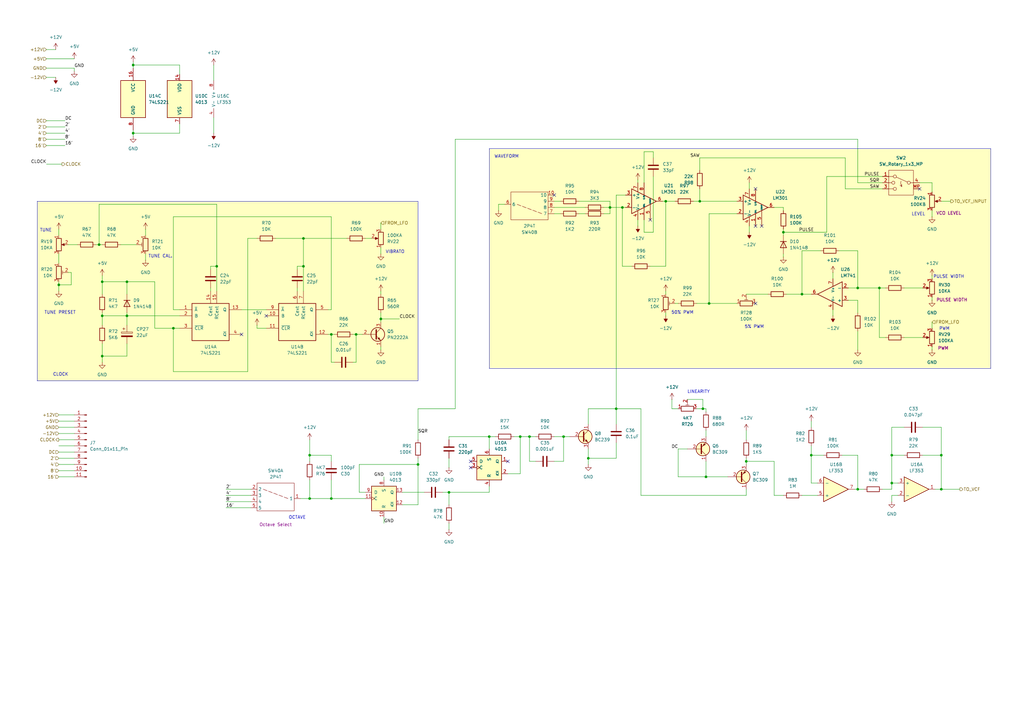
<source format=kicad_sch>
(kicad_sch (version 20250114) (generator "eeschema") (generator_version "9.0")
  (paper "A3")
  (rectangle (start 15.24 82.55) (end 171.45 156.21) (fill (type color) (color 255 255 194 1)))
  (rectangle (start 200.66 60.96) (end 406.4 151.13) (fill (type color) (color 255 255 194 1)))
  (text "PULSE WIDTH" (at 389.128 113.538 0) (effects (font (size 1.27 1.27))))
  (text "TUNE" (at 18.796 94.488 0) (effects (font (size 1.27 1.27))))
  (text "TUNE CAL." (at 65.786 105.156 0) (effects (font (size 1.27 1.27))))
  (text "TUNE PRESET" (at 24.638 128.27 0) (effects (font (size 1.27 1.27))))
  (text "50% PWM" (at 279.908 128.27 0) (effects (font (size 1.27 1.27))))
  (text "CLOCK" (at 24.892 153.67 0) (effects (font (size 1.27 1.27))))
  (text "LINEARITY" (at 286.512 160.782 0) (effects (font (size 1.27 1.27))))
  (text "5% PWM" (at 309.372 134.112 0) (effects (font (size 1.27 1.27))))
  (text "LEVEL" (at 376.682 87.884 0) (effects (font (size 1.27 1.27))))
  (text "OCTAVE" (at 121.92 212.344 0) (effects (font (size 1.27 1.27))))
  (text "PWM" (at 387.35 134.874 0) (effects (font (size 1.27 1.27))))
  (text "VIBRATO" (at 162.052 103.378 0) (effects (font (size 1.27 1.27))))
  (text "WAVEFORM" (at 207.772 64.262 0) (effects (font (size 1.27 1.27))))
  (junction (at 135.89 137.16))
  (junction (at 332.74 186.69))
  (junction (at 288.29 167.64))
  (junction (at 386.08 200.66))
  (junction (at 213.36 179.07))
  (junction (at 217.17 179.07))
  (junction (at 52.07 115.57))
  (junction (at 156.21 130.81))
  (junction (at 135.89 204.47))
  (junction (at 54.61 26.67))
  (junction (at 290.83 124.46))
  (junction (at 252.73 167.64))
  (junction (at 287.02 82.55))
  (junction (at 54.61 54.61))
  (junction (at 127 204.47))
  (junction (at 41.91 146.05))
  (junction (at 124.46 109.22))
  (junction (at 52.07 129.54))
  (junction (at 255.27 85.09))
  (junction (at 250.19 85.09))
  (junction (at 88.9 109.22))
  (junction (at 124.46 97.79))
  (junction (at 328.93 120.65))
  (junction (at 41.91 115.57))
  (junction (at 171.45 190.5))
  (junction (at 24.13 116.84))
  (junction (at 386.08 186.69))
  (junction (at 289.56 195.58))
  (junction (at 273.05 82.55))
  (junction (at 365.76 198.12))
  (junction (at 231.14 179.07))
  (junction (at 360.68 118.11))
  (junction (at 184.15 201.93))
  (junction (at 146.05 137.16))
  (junction (at 351.79 118.11))
  (junction (at 127 186.69))
  (junction (at 365.76 186.69))
  (junction (at 241.3 187.96))
  (junction (at 351.79 200.66))
  (junction (at 321.31 95.25))
  (junction (at 200.66 179.07))
  (junction (at 40.64 100.33))
  (junction (at 306.07 189.23))
  (junction (at 41.91 129.54))
  (junction (at 71.12 134.62))
  (no_connect (at 193.04 191.77))
  (no_connect (at 208.28 189.23))
  (no_connect (at 109.22 129.54))
  (no_connect (at 309.88 92.71))
  (no_connect (at 193.04 189.23))
  (no_connect (at 266.7 90.17))
  (no_connect (at 227.33 80.01))
  (no_connect (at 312.42 92.71))
  (no_connect (at 309.88 77.47))
  (no_connect (at 309.88 124.46))
  (no_connect (at 377.19 77.47))
  (no_connect (at 99.06 137.16))
  (wire (pts (xy 290.83 87.63) (xy 302.26 87.63)))
  (wire (pts (xy 124.46 119.38) (xy 124.46 109.22)))
  (wire (pts (xy 92.71 205.74) (xy 102.87 205.74)))
  (wire (pts (xy 365.76 198.12) (xy 365.76 186.69)))
  (wire (pts (xy 123.19 204.47) (xy 127 204.47)))
  (wire (pts (xy 24.13 172.72) (xy 30.48 172.72)))
  (wire (pts (xy 135.89 204.47) (xy 135.89 196.85)))
  (wire (pts (xy 262.89 203.2) (xy 262.89 167.64)))
  (wire (pts (xy 267.97 64.77) (xy 267.97 62.23)))
  (wire (pts (xy 365.76 175.26) (xy 365.76 186.69)))
  (wire (pts (xy 41.91 115.57) (xy 52.07 115.57)))
  (wire (pts (xy 341.63 111.76) (xy 341.63 114.3)))
  (wire (pts (xy 346.71 77.47) (xy 361.95 77.47)))
  (wire (pts (xy 289.56 189.23) (xy 289.56 195.58)))
  (wire (pts (xy 54.61 53.34) (xy 54.61 54.61)))
  (wire (pts (xy 29.21 111.76) (xy 29.21 116.84)))
  (wire (pts (xy 41.91 146.05) (xy 52.07 146.05)))
  (wire (pts (xy 227.33 179.07) (xy 231.14 179.07)))
  (wire (pts (xy 264.16 95.25) (xy 264.16 90.17)))
  (wire (pts (xy 247.65 85.09) (xy 250.19 85.09)))
  (wire (pts (xy 306.07 187.96) (xy 306.07 189.23)))
  (wire (pts (xy 237.49 82.55) (xy 250.19 82.55)))
  (wire (pts (xy 59.69 104.14) (xy 59.69 106.68)))
  (wire (pts (xy 200.66 179.07) (xy 203.2 179.07)))
  (wire (pts (xy 227.33 82.55) (xy 229.87 82.55)))
  (wire (pts (xy 71.12 127) (xy 71.12 88.9)))
  (wire (pts (xy 252.73 181.61) (xy 252.73 187.96)))
  (wire (pts (xy 146.05 137.16) (xy 148.59 137.16)))
  (wire (pts (xy 365.76 203.2) (xy 365.76 205.74)))
  (wire (pts (xy 241.3 187.96) (xy 241.3 184.15)))
  (wire (pts (xy 273.05 82.55) (xy 276.86 82.55)))
  (wire (pts (xy 252.73 187.96) (xy 241.3 187.96)))
  (wire (pts (xy 287.02 82.55) (xy 287.02 77.47)))
  (wire (pts (xy 287.02 64.77) (xy 346.71 64.77)))
  (wire (pts (xy 24.13 193.04) (xy 30.48 193.04)))
  (wire (pts (xy 186.69 57.15) (xy 351.79 57.15)))
  (wire (pts (xy 271.78 82.55) (xy 273.05 82.55)))
  (wire (pts (xy 354.33 200.66) (xy 351.79 200.66)))
  (wire (pts (xy 266.7 109.22) (xy 273.05 109.22)))
  (wire (pts (xy 227.33 87.63) (xy 229.87 87.63)))
  (wire (pts (xy 99.06 127) (xy 109.22 127)))
  (wire (pts (xy 386.08 82.55) (xy 389.89 82.55)))
  (wire (pts (xy 378.46 175.26) (xy 386.08 175.26)))
  (wire (pts (xy 247.65 87.63) (xy 250.19 87.63)))
  (wire (pts (xy 24.13 177.8) (xy 30.48 177.8)))
  (wire (pts (xy 351.79 200.66) (xy 350.52 200.66)))
  (wire (pts (xy 317.5 189.23) (xy 317.5 203.2)))
  (wire (pts (xy 289.56 167.64) (xy 289.56 168.91)))
  (wire (pts (xy 345.44 186.69) (xy 351.79 186.69)))
  (wire (pts (xy 156.21 128.27) (xy 156.21 130.81)))
  (wire (pts (xy 339.09 72.39) (xy 361.95 72.39)))
  (wire (pts (xy 124.46 109.22) (xy 121.92 109.22)))
  (wire (pts (xy 19.05 67.31) (xy 25.4 67.31)))
  (wire (pts (xy 27.94 100.33) (xy 31.75 100.33)))
  (wire (pts (xy 71.12 152.4) (xy 71.12 134.62)))
  (wire (pts (xy 135.89 137.16) (xy 137.16 137.16)))
  (wire (pts (xy 49.53 100.33) (xy 55.88 100.33)))
  (wire (pts (xy 219.71 189.23) (xy 217.17 189.23)))
  (wire (pts (xy 87.63 48.26) (xy 87.63 54.61)))
  (wire (pts (xy 88.9 83.82) (xy 88.9 109.22)))
  (wire (pts (xy 127 186.69) (xy 135.89 186.69)))
  (wire (pts (xy 339.09 95.25) (xy 339.09 72.39)))
  (wire (pts (xy 24.13 190.5) (xy 30.48 190.5)))
  (wire (pts (xy 184.15 201.93) (xy 184.15 207.01)))
  (wire (pts (xy 370.84 175.26) (xy 365.76 175.26)))
  (wire (pts (xy 368.3 203.2) (xy 365.76 203.2)))
  (wire (pts (xy 54.61 54.61) (xy 54.61 55.88)))
  (wire (pts (xy 351.79 123.19) (xy 347.98 123.19)))
  (wire (pts (xy 24.13 195.58) (xy 30.48 195.58)))
  (wire (pts (xy 382.27 78.74) (xy 382.27 74.93)))
  (wire (pts (xy 71.12 88.9) (xy 135.89 88.9)))
  (wire (pts (xy 73.66 54.61) (xy 73.66 50.8)))
  (wire (pts (xy 92.71 200.66) (xy 102.87 200.66)))
  (wire (pts (xy 261.62 90.17) (xy 261.62 92.71)))
  (wire (pts (xy 281.94 184.15) (xy 278.13 184.15)))
  (wire (pts (xy 290.83 87.63) (xy 290.83 124.46)))
  (wire (pts (xy 289.56 195.58) (xy 298.45 195.58)))
  (wire (pts (xy 41.91 115.57) (xy 41.91 113.03)))
  (wire (pts (xy 184.15 180.34) (xy 184.15 179.07)))
  (wire (pts (xy 105.41 133.35) (xy 105.41 134.62)))
  (wire (pts (xy 261.62 73.66) (xy 261.62 74.93)))
  (wire (pts (xy 307.34 74.93) (xy 307.34 77.47)))
  (wire (pts (xy 19.05 57.15) (xy 26.67 57.15)))
  (wire (pts (xy 382.27 132.08) (xy 382.27 134.62)))
  (wire (pts (xy 24.13 187.96) (xy 30.48 187.96)))
  (wire (pts (xy 360.68 118.11) (xy 363.22 118.11)))
  (wire (pts (xy 365.76 186.69) (xy 370.84 186.69)))
  (wire (pts (xy 41.91 120.65) (xy 41.91 115.57)))
  (wire (pts (xy 24.13 104.14) (xy 24.13 107.95)))
  (wire (pts (xy 54.61 54.61) (xy 73.66 54.61)))
  (wire (pts (xy 332.74 186.69) (xy 337.82 186.69)))
  (wire (pts (xy 346.71 64.77) (xy 346.71 77.47)))
  (wire (pts (xy 360.68 118.11) (xy 360.68 138.43)))
  (wire (pts (xy 184.15 214.63) (xy 184.15 217.17)))
  (wire (pts (xy 386.08 186.69) (xy 378.46 186.69)))
  (wire (pts (xy 124.46 97.79) (xy 124.46 109.22)))
  (wire (pts (xy 278.13 195.58) (xy 289.56 195.58)))
  (wire (pts (xy 328.93 120.65) (xy 332.74 120.65)))
  (wire (pts (xy 124.46 97.79) (xy 142.24 97.79)))
  (wire (pts (xy 370.84 138.43) (xy 378.46 138.43)))
  (wire (pts (xy 71.12 134.62) (xy 63.5 134.62)))
  (wire (pts (xy 351.79 57.15) (xy 351.79 74.93)))
  (wire (pts (xy 30.48 27.94) (xy 19.05 27.94)))
  (wire (pts (xy 41.91 129.54) (xy 41.91 133.35)))
  (wire (pts (xy 52.07 129.54) (xy 73.66 129.54)))
  (wire (pts (xy 341.63 127) (xy 341.63 129.54)))
  (wire (pts (xy 321.31 86.36) (xy 321.31 85.09)))
  (wire (pts (xy 273.05 82.55) (xy 273.05 109.22)))
  (wire (pts (xy 204.47 83.82) (xy 204.47 86.36)))
  (wire (pts (xy 382.27 74.93) (xy 377.19 74.93)))
  (wire (pts (xy 52.07 146.05) (xy 52.07 140.97)))
  (wire (pts (xy 231.14 189.23) (xy 231.14 179.07)))
  (wire (pts (xy 30.48 29.21) (xy 30.48 27.94)))
  (wire (pts (xy 237.49 87.63) (xy 240.03 87.63)))
  (wire (pts (xy 41.91 140.97) (xy 41.91 146.05)))
  (wire (pts (xy 186.69 167.64) (xy 186.69 57.15)))
  (wire (pts (xy 351.79 128.27) (xy 351.79 123.19)))
  (wire (pts (xy 19.05 54.61) (xy 26.67 54.61)))
  (wire (pts (xy 328.93 102.87) (xy 328.93 120.65)))
  (wire (pts (xy 267.97 95.25) (xy 264.16 95.25)))
  (wire (pts (xy 26.67 49.53) (xy 19.05 49.53)))
  (wire (pts (xy 19.05 20.32) (xy 22.86 20.32)))
  (wire (pts (xy 156.21 91.44) (xy 156.21 93.98)))
  (wire (pts (xy 184.15 201.93) (xy 200.66 201.93)))
  (wire (pts (xy 386.08 186.69) (xy 386.08 200.66)))
  (wire (pts (xy 171.45 167.64) (xy 171.45 180.34)))
  (wire (pts (xy 88.9 109.22) (xy 88.9 119.38)))
  (wire (pts (xy 39.37 100.33) (xy 40.64 100.33)))
  (wire (pts (xy 135.89 137.16) (xy 134.62 137.16)))
  (wire (pts (xy 365.76 198.12) (xy 368.3 198.12)))
  (wire (pts (xy 86.36 109.22) (xy 88.9 109.22)))
  (wire (pts (xy 63.5 115.57) (xy 52.07 115.57)))
  (wire (pts (xy 40.64 100.33) (xy 41.91 100.33)))
  (wire (pts (xy 54.61 25.4) (xy 54.61 26.67)))
  (wire (pts (xy 71.12 134.62) (xy 73.66 134.62)))
  (wire (pts (xy 127 204.47) (xy 127 196.85)))
  (wire (pts (xy 351.79 135.89) (xy 351.79 143.51)))
  (wire (pts (xy 24.13 115.57) (xy 24.13 116.84)))
  (wire (pts (xy 144.78 137.16) (xy 146.05 137.16)))
  (wire (pts (xy 19.05 24.13) (xy 30.48 24.13)))
  (wire (pts (xy 287.02 69.85) (xy 287.02 64.77)))
  (wire (pts (xy 92.71 208.28) (xy 102.87 208.28)))
  (wire (pts (xy 231.14 179.07) (xy 233.68 179.07)))
  (wire (pts (xy 181.61 201.93) (xy 184.15 201.93)))
  (wire (pts (xy 393.7 200.66) (xy 386.08 200.66)))
  (wire (pts (xy 157.48 212.09) (xy 157.48 214.63)))
  (wire (pts (xy 289.56 176.53) (xy 289.56 179.07)))
  (wire (pts (xy 250.19 85.09) (xy 255.27 85.09)))
  (wire (pts (xy 252.73 80.01) (xy 252.73 167.64)))
  (wire (pts (xy 24.13 182.88) (xy 30.48 182.88)))
  (wire (pts (xy 147.32 201.93) (xy 149.86 201.93)))
  (wire (pts (xy 217.17 179.07) (xy 219.71 179.07)))
  (wire (pts (xy 273.05 119.38) (xy 273.05 120.65)))
  (wire (pts (xy 241.3 187.96) (xy 241.3 190.5)))
  (wire (pts (xy 87.63 26.67) (xy 87.63 33.02)))
  (wire (pts (xy 137.16 148.59) (xy 135.89 148.59)))
  (wire (pts (xy 41.91 146.05) (xy 41.91 148.59)))
  (wire (pts (xy 135.89 148.59) (xy 135.89 137.16)))
  (wire (pts (xy 306.07 176.53) (xy 306.07 180.34)))
  (wire (pts (xy 335.28 198.12) (xy 332.74 198.12)))
  (wire (pts (xy 157.48 195.58) (xy 157.48 196.85)))
  (wire (pts (xy 200.66 199.39) (xy 200.66 201.93)))
  (wire (pts (xy 149.86 97.79) (xy 152.4 97.79)))
  (wire (pts (xy 19.05 59.69) (xy 26.67 59.69)))
  (wire (pts (xy 165.1 207.01) (xy 171.45 207.01)))
  (wire (pts (xy 227.33 189.23) (xy 231.14 189.23)))
  (wire (pts (xy 208.28 194.31) (xy 213.36 194.31)))
  (wire (pts (xy 306.07 189.23) (xy 306.07 190.5)))
  (wire (pts (xy 200.66 179.07) (xy 200.66 184.15)))
  (wire (pts (xy 146.05 137.16) (xy 146.05 148.59)))
  (wire (pts (xy 135.89 127) (xy 134.62 127)))
  (wire (pts (xy 156.21 130.81) (xy 163.83 130.81)))
  (wire (pts (xy 135.89 189.23) (xy 135.89 186.69)))
  (wire (pts (xy 267.97 62.23) (xy 264.16 62.23)))
  (wire (pts (xy 332.74 186.69) (xy 332.74 198.12)))
  (wire (pts (xy 135.89 204.47) (xy 149.86 204.47)))
  (wire (pts (xy 285.75 124.46) (xy 290.83 124.46)))
  (wire (pts (xy 59.69 93.98) (xy 59.69 96.52)))
  (wire (pts (xy 156.21 119.38) (xy 156.21 120.65)))
  (wire (pts (xy 92.71 203.2) (xy 102.87 203.2)))
  (wire (pts (xy 332.74 172.72) (xy 332.74 175.26)))
  (wire (pts (xy 184.15 179.07) (xy 200.66 179.07)))
  (wire (pts (xy 105.41 97.79) (xy 101.6 97.79)))
  (wire (pts (xy 250.19 82.55) (xy 250.19 85.09)))
  (wire (pts (xy 365.76 200.66) (xy 365.76 198.12)))
  (wire (pts (xy 127 204.47) (xy 135.89 204.47)))
  (wire (pts (xy 370.84 118.11) (xy 378.46 118.11)))
  (wire (pts (xy 275.59 163.83) (xy 275.59 167.64)))
  (wire (pts (xy 276.86 124.46) (xy 278.13 124.46)))
  (wire (pts (xy 259.08 109.22) (xy 255.27 109.22)))
  (wire (pts (xy 171.45 190.5) (xy 147.32 190.5)))
  (wire (pts (xy 41.91 128.27) (xy 41.91 129.54)))
  (wire (pts (xy 347.98 118.11) (xy 351.79 118.11)))
  (wire (pts (xy 156.21 142.24) (xy 156.21 143.51)))
  (wire (pts (xy 63.5 134.62) (xy 63.5 115.57)))
  (wire (pts (xy 382.27 123.19) (xy 382.27 121.92)))
  (wire (pts (xy 351.79 102.87) (xy 351.79 118.11)))
  (wire (pts (xy 207.01 83.82) (xy 204.47 83.82)))
  (wire (pts (xy 306.07 200.66) (xy 306.07 203.2)))
  (wire (pts (xy 382.27 86.36) (xy 382.27 88.9)))
  (wire (pts (xy 386.08 200.66) (xy 383.54 200.66)))
  (wire (pts (xy 250.19 85.09) (xy 250.19 87.63)))
  (wire (pts (xy 281.94 163.83) (xy 288.29 163.83)))
  (wire (pts (xy 24.13 116.84) (xy 24.13 119.38)))
  (wire (pts (xy 217.17 189.23) (xy 217.17 179.07)))
  (wire (pts (xy 335.28 203.2) (xy 328.93 203.2)))
  (wire (pts (xy 86.36 110.49) (xy 86.36 109.22)))
  (wire (pts (xy 285.75 167.64) (xy 288.29 167.64)))
  (wire (pts (xy 252.73 167.64) (xy 252.73 173.99)))
  (wire (pts (xy 24.13 93.98) (xy 24.13 96.52)))
  (wire (pts (xy 135.89 88.9) (xy 135.89 127)))
  (wire (pts (xy 19.05 31.75) (xy 22.86 31.75)))
  (wire (pts (xy 29.21 116.84) (xy 24.13 116.84)))
  (wire (pts (xy 113.03 97.79) (xy 124.46 97.79)))
  (wire (pts (xy 171.45 187.96) (xy 171.45 190.5)))
  (wire (pts (xy 361.95 200.66) (xy 365.76 200.66)))
  (wire (pts (xy 321.31 95.25) (xy 339.09 95.25)))
  (wire (pts (xy 382.27 114.3) (xy 382.27 113.03)))
  (wire (pts (xy 288.29 163.83) (xy 288.29 167.64)))
  (wire (pts (xy 284.48 82.55) (xy 287.02 82.55)))
  (wire (pts (xy 19.05 52.07) (xy 26.67 52.07)))
  (wire (pts (xy 386.08 175.26) (xy 386.08 186.69)))
  (wire (pts (xy 264.16 62.23) (xy 264.16 74.93)))
  (wire (pts (xy 144.78 148.59) (xy 146.05 148.59)))
  (wire (pts (xy 184.15 187.96) (xy 184.15 191.77)))
  (wire (pts (xy 121.92 109.22) (xy 121.92 110.49)))
  (wire (pts (xy 52.07 115.57) (xy 52.07 120.65)))
  (wire (pts (xy 210.82 179.07) (xy 213.36 179.07)))
  (wire (pts (xy 213.36 179.07) (xy 213.36 194.31)))
  (wire (pts (xy 321.31 104.14) (xy 321.31 105.41)))
  (wire (pts (xy 227.33 85.09) (xy 240.03 85.09)))
  (wire (pts (xy 213.36 179.07) (xy 217.17 179.07)))
  (wire (pts (xy 278.13 184.15) (xy 278.13 195.58)))
  (wire (pts (xy 127 186.69) (xy 127 189.23)))
  (wire (pts (xy 171.45 207.01) (xy 171.45 190.5)))
  (wire (pts (xy 321.31 85.09) (xy 317.5 85.09)))
  (wire (pts (xy 290.83 124.46) (xy 302.26 124.46)))
  (wire (pts (xy 273.05 128.27) (xy 273.05 129.54)))
  (wire (pts (xy 322.58 120.65) (xy 328.93 120.65)))
  (wire (pts (xy 147.32 190.5) (xy 147.32 201.93)))
  (wire (pts (xy 306.07 203.2) (xy 262.89 203.2)))
  (wire (pts (xy 321.31 95.25) (xy 321.31 96.52)))
  (wire (pts (xy 307.34 92.71) (xy 307.34 95.25)))
  (wire (pts (xy 52.07 128.27) (xy 52.07 129.54)))
  (wire (pts (xy 336.55 102.87) (xy 328.93 102.87)))
  (wire (pts (xy 275.59 167.64) (xy 278.13 167.64)))
  (wire (pts (xy 382.27 142.24) (xy 382.27 143.51)))
  (wire (pts (xy 317.5 189.23) (xy 306.07 189.23)))
  (wire (pts (xy 24.13 185.42) (xy 30.48 185.42)))
  (wire (pts (xy 24.13 180.34) (xy 30.48 180.34)))
  (wire (pts (xy 121.92 118.11) (xy 121.92 119.38)))
  (wire (pts (xy 27.94 111.76) (xy 29.21 111.76)))
  (wire (pts (xy 241.3 173.99) (xy 241.3 167.64)))
  (wire (pts (xy 351.79 186.69) (xy 351.79 200.66)))
  (wire (pts (xy 101.6 152.4) (xy 71.12 152.4)))
  (wire (pts (xy 267.97 72.39) (xy 267.97 95.25)))
  (wire (pts (xy 73.66 127) (xy 71.12 127)))
  (wire (pts (xy 156.21 101.6) (xy 156.21 104.14)))
  (wire (pts (xy 321.31 93.98) (xy 321.31 95.25)))
  (wire (pts (xy 171.45 167.64) (xy 186.69 167.64)))
  (wire (pts (xy 351.79 74.93) (xy 361.95 74.93)))
  (wire (pts (xy 86.36 118.11) (xy 86.36 119.38)))
  (wire (pts (xy 24.13 170.18) (xy 30.48 170.18)))
  (wire (pts (xy 54.61 26.67) (xy 73.66 26.67)))
  (wire (pts (xy 156.21 130.81) (xy 156.21 132.08)))
  (wire (pts (xy 105.41 134.62) (xy 109.22 134.62)))
  (wire (pts (xy 262.89 167.64) (xy 252.73 167.64)))
  (wire (pts (xy 165.1 201.93) (xy 173.99 201.93)))
  (wire (pts (xy 73.66 30.48) (xy 73.66 26.67)))
  (wire (pts (xy 24.13 175.26) (xy 30.48 175.26)))
  (wire (pts (xy 41.91 129.54) (xy 52.07 129.54)))
  (wire (pts (xy 54.61 26.67) (xy 54.61 27.94)))
  (wire (pts (xy 127 180.34) (xy 127 186.69)))
  (wire (pts (xy 101.6 97.79) (xy 101.6 152.4)))
  (wire (pts (xy 332.74 182.88) (xy 332.74 186.69)))
  (wire (pts (xy 360.68 118.11) (xy 351.79 118.11)))
  (wire (pts (xy 306.07 120.65) (xy 314.96 120.65)))
  (wire (pts (xy 255.27 85.09) (xy 256.54 85.09)))
  (wire (pts (xy 40.64 100.33) (xy 40.64 83.82)))
  (wire (pts (xy 344.17 102.87) (xy 351.79 102.87)))
  (wire (pts (xy 287.02 82.55) (xy 302.26 82.55)))
  (wire (pts (xy 255.27 109.22) (xy 255.27 85.09)))
  (wire (pts (xy 321.31 203.2) (xy 317.5 203.2)))
  (wire (pts (xy 52.07 129.54) (xy 52.07 133.35)))
  (wire (pts (xy 256.54 80.01) (xy 252.73 80.01)))
  (wire (pts (xy 241.3 167.64) (xy 252.73 167.64)))
  (wire (pts (xy 40.64 83.82) (xy 88.9 83.82)))
  (wire (pts (xy 288.29 167.64) (xy 289.56 167.64)))
  (wire (pts (xy 360.68 138.43) (xy 363.22 138.43)))
  (label "2'" (at 92.71 200.66 0))
  (label "DC" (at 278.13 184.15 180))
  (label "CLOCK" (at 19.05 67.31 180))
  (label "8'" (at 92.71 205.74 0))
  (label "4'" (at 92.71 203.2 0))
  (label "GND" (at 30.48 27.94 0))
  (label "PULSE" (at 327.66 95.25 0))
  (label "16'" (at 92.71 208.28 0))
  (label "DC" (at 26.67 49.53 0))
  (label "GND" (at 157.48 195.58 180))
  (label "SAW" (at 360.68 77.47 180))
  (label "2'" (at 26.67 52.07 0))
  (label "SQR" (at 360.68 74.93 180))
  (label "SAW" (at 287.02 64.77 180))
  (label "SQR" (at 171.45 177.8 0))
  (label "GND" (at 157.48 214.63 0))
  (label "PULSE" (at 360.68 72.39 180))
  (label "4'" (at 26.67 54.61 0))
  (label "16'" (at 26.67 59.69 0))
  (label "8'" (at 26.67 57.15 0))
  (label "CLOCK" (at 163.83 130.81 0))
  (hierarchical_label "DC" (shape input) (at 24.13 185.42 180))
  (hierarchical_label "-12V" (shape input) (at 24.13 177.8 180))
  (hierarchical_label "FROM_LFO" (shape input) (at 156.21 91.44 0))
  (hierarchical_label "4'" (shape input) (at 24.13 190.5 180))
  (hierarchical_label "+5V" (shape input) (at 19.05 24.13 180))
  (hierarchical_label "8'" (shape input) (at 19.05 57.15 180))
  (hierarchical_label "2'" (shape input) (at 19.05 52.07 180))
  (hierarchical_label "GND" (shape input) (at 19.05 27.94 180))
  (hierarchical_label "DC" (shape input) (at 19.05 49.53 180))
  (hierarchical_label "+12V" (shape input) (at 24.13 170.18 180))
  (hierarchical_label "16'" (shape input) (at 19.05 59.69 180))
  (hierarchical_label "TO_VCF" (shape output) (at 393.7 200.66 0))
  (hierarchical_label "16'" (shape input) (at 24.13 195.58 180))
  (hierarchical_label "8'" (shape input) (at 24.13 193.04 180))
  (hierarchical_label "+5V" (shape input) (at 24.13 172.72 180))
  (hierarchical_label "-12V" (shape input) (at 19.05 31.75 180))
  (hierarchical_label "TO_VCF_INPUT" (shape output) (at 389.89 82.55 0))
  (hierarchical_label "+12V" (shape input) (at 19.05 20.32 180))
  (hierarchical_label "4'" (shape input) (at 19.05 54.61 180))
  (hierarchical_label "CLOCK" (shape output) (at 24.13 180.34 180))
  (hierarchical_label "2'" (shape input) (at 24.13 187.96 180))
  (hierarchical_label "CLOCK" (shape output) (at 25.4 67.31 0))
  (hierarchical_label "FROM_LFO" (shape input) (at 382.27 132.08 0))
  (hierarchical_label "GND" (shape input) (at 24.13 175.26 180))
  (symbol (lib_id "Device:R") (at 184.15 210.82 0) (mirror y) (unit 1)
    (property "Reference" "R78" (at 181.61 209.5499 0) (effects (justify left)))
    (property "Value" "47K" (at 181.61 212.0899 0) (effects (justify left)))
    (property "Footprint" "Resistor_THT:R_Axial_DIN0204_L3.6mm_D1.6mm_P7.62mm_Horizontal" (effects (hide yes)))
    (property "Description" "Resistor" (effects (hide yes)))
  )
  (symbol (lib_id "Device:Opamp_Dual") (at 90.17 40.64 0) (unit 3)
    (property "Reference" "U16" (at 88.9 39.3699 0) (effects (justify left)))
    (property "Value" "LF353" (at 88.9 41.9099 0) (effects (justify left)))
    (property "Footprint" "Package_DIP:DIP-8_W7.62mm_LongPads" (effects (hide yes)))
    (property "Description" "Dual operational amplifier" (effects (hide yes)))
    (property "Sim.Library" "${KICAD9_SYMBOL_DIR}/Simulation_SPICE.sp" (effects (hide yes)))
    (property "Sim.Name" "kicad_builtin_opamp_dual" (effects (hide yes)))
    (property "Sim.Device" "SUBCKT" (effects (hide yes)))
    (property "Sim.Pins" "1=out1 2=in1- 3=in1+ 4=vee 5=in2+ 6=in2- 7=out2 8=vcc" (effects (hide yes)))
  )
  (symbol (lib_id "Device:R") (at 318.77 120.65 90) (unit 1)
    (property "Reference" "R100" (at 318.77 114.3 90))
    (property "Value" "10K" (at 318.77 116.84 90))
    (property "Footprint" "Resistor_THT:R_Axial_DIN0204_L3.6mm_D1.6mm_P7.62mm_Horizontal" (effects (hide yes)))
    (property "Description" "Resistor" (effects (hide yes)))
  )
  (symbol (lib_id "Device:R") (at 45.72 100.33 90) (unit 1)
    (property "Reference" "R68" (at 45.72 93.98 90))
    (property "Value" "47K" (at 45.72 96.52 90))
    (property "Footprint" "Resistor_THT:R_Axial_DIN0204_L3.6mm_D1.6mm_P7.62mm_Horizontal" (effects (hide yes)))
    (property "Description" "Resistor" (effects (hide yes)))
  )
  (symbol (lib_id "Amplifier_Operational:LM301") (at 309.88 85.09 0) (unit 1)
    (property "Reference" "U22" (at 320.04 78.6698 0))
    (property "Value" "LM301" (at 320.04 81.2098 0))
    (property "Footprint" "Package_DIP:DIP-8_W7.62mm" (effects (hide yes)))
    (property "Datasheet" "http://www.ti.com/lit/ds/symlink/lm101a-n.pdf" (effects (hide yes)))
    (property "Description" "Operational Amplifier, DIP-8/TO-99-8" (effects (hide yes)))
  )
  (symbol (lib_id "Device:R") (at 281.94 124.46 90) (unit 1)
    (property "Reference" "R99" (at 281.94 118.11 90))
    (property "Value" "22K" (at 281.94 120.65 90))
    (property "Footprint" "Resistor_THT:R_Axial_DIN0204_L3.6mm_D1.6mm_P7.62mm_Horizontal" (effects (hide yes)))
    (property "Description" "Resistor" (effects (hide yes)))
  )
  (symbol (lib_id "power:GND") (at 24.13 119.38 0) (unit 1)
    (property "Reference" "#PWR0123" (effects (hide yes)))
    (property "Value" "GND" (at 24.13 124.46 0))
    (property "Description" "Power symbol creates a global label with name \"GND\" , ground" (effects (hide yes)))
  )
  (symbol (lib_id "Device:R") (at 127 193.04 0) (mirror y) (unit 1)
    (property "Reference" "R76" (at 129.54 194.3101 0) (effects (justify right)))
    (property "Value" "4K7" (at 129.54 191.7701 0) (effects (justify right)))
    (property "Footprint" "Resistor_THT:R_Axial_DIN0204_L3.6mm_D1.6mm_P7.62mm_Horizontal" (effects (hide yes)))
    (property "Description" "Resistor" (effects (hide yes)))
  )
  (symbol (lib_id "power:+12V") (at 273.05 119.38 0) (unit 1)
    (property "Reference" "#PWR0151" (effects (hide yes)))
    (property "Value" "+12V" (at 273.05 114.3 0))
    (property "Description" "Power symbol creates a global label with name \"+12V\"" (effects (hide yes)))
  )
  (symbol (lib_id "Device:R") (at 243.84 87.63 90) (unit 1)
    (property "Reference" "R93" (at 243.84 91.44 90))
    (property "Value" "220R" (at 243.84 93.98 90))
    (property "Footprint" "Resistor_THT:R_Axial_DIN0204_L3.6mm_D1.6mm_P7.62mm_Horizontal" (effects (hide yes)))
    (property "Description" "Resistor" (effects (hide yes)))
  )
  (symbol (lib_id "power:GND") (at 54.61 55.88 0) (unit 1)
    (property "Reference" "#PWR0118" (effects (hide yes)))
    (property "Value" "GND" (at 54.61 60.96 0))
    (property "Description" "Power symbol creates a global label with name \"GND\" , ground" (effects (hide yes)))
  )
  (symbol (lib_id "Device:R") (at 321.31 90.17 180) (unit 1)
    (property "Reference" "R105" (at 323.85 88.8999 0) (effects (justify right)))
    (property "Value" "100K" (at 323.85 91.4399 0) (effects (justify right)))
    (property "Footprint" "Resistor_THT:R_Axial_DIN0204_L3.6mm_D1.6mm_P7.62mm_Horizontal" (effects (hide yes)))
    (property "Description" "Resistor" (effects (hide yes)))
  )
  (symbol (lib_id "power:GND") (at 59.69 106.68 0) (unit 1)
    (property "Reference" "#PWR0126" (effects (hide yes)))
    (property "Value" "GND" (at 59.69 111.76 0))
    (property "Description" "Power symbol creates a global label with name \"GND\" , ground" (effects (hide yes)))
  )
  (symbol (lib_id "Amplifier_Operational:LM301") (at 264.16 82.55 0) (unit 1)
    (property "Reference" "U21" (at 274.32 76.1298 0))
    (property "Value" "LM301" (at 274.32 78.6698 0))
    (property "Footprint" "Package_DIP:DIP-8_W7.62mm" (effects (hide yes)))
    (property "Datasheet" "http://www.ti.com/lit/ds/symlink/lm101a-n.pdf" (effects (hide yes)))
    (property "Description" "Operational Amplifier, DIP-8/TO-99-8" (effects (hide yes)))
  )
  (symbol (lib_id "power:-12V") (at 87.63 54.61 180) (unit 1)
    (property "Reference" "#PWR0119" (effects (hide yes)))
    (property "Value" "-12V" (at 87.63 59.69 0))
    (property "Description" "Power symbol creates a global label with name \"-12V\"" (effects (hide yes)))
  )
  (symbol (lib_id "power:GND") (at 382.27 143.51 0) (unit 1)
    (property "Reference" "#PWR0156" (effects (hide yes)))
    (property "Value" "GND" (at 382.27 148.59 0))
    (property "Description" "Power symbol creates a global label with name \"GND\" , ground" (effects (hide yes)))
  )
  (symbol (lib_id "Device:C") (at 184.15 184.15 0) (unit 1)
    (property "Reference" "C31" (at 187.96 182.8799 0) (effects (justify left)))
    (property "Value" "220pF" (at 187.96 185.4199 0) (effects (justify left)))
    (property "Footprint" "Capacitor_THT:C_Disc_D5.0mm_W2.5mm_P5.00mm" (effects (hide yes)))
    (property "Description" "Unpolarized capacitor" (effects (hide yes)))
  )
  (symbol (lib_id "power:-12V") (at 341.63 129.54 180) (unit 1)
    (property "Reference" "#PWR0154" (effects (hide yes)))
    (property "Value" "-12V" (at 341.63 134.62 0))
    (property "Description" "Power symbol creates a global label with name \"-12V\"" (effects (hide yes)))
  )
  (symbol (lib_id "power:GND") (at 365.76 205.74 0) (mirror y) (unit 1)
    (property "Reference" "#PWR0140" (effects (hide yes)))
    (property "Value" "GND" (at 365.76 210.82 0))
    (property "Description" "Power symbol creates a global label with name \"GND\" , ground" (effects (hide yes)))
  )
  (symbol (lib_id "power:+12V") (at 156.21 119.38 0) (unit 1)
    (property "Reference" "#PWR0122" (effects (hide yes)))
    (property "Value" "+12V" (at 156.21 114.3 0))
    (property "Description" "Power symbol creates a global label with name \"+12V\"" (effects (hide yes)))
  )
  (symbol (lib_id "Device:C") (at 135.89 193.04 0) (mirror x) (unit 1)
    (property "Reference" "C30" (at 139.7 194.3101 0) (effects (justify left)))
    (property "Value" "100pF" (at 139.7 191.7701 0) (effects (justify left)))
    (property "Footprint" "Capacitor_THT:C_Disc_D5.0mm_W2.5mm_P5.00mm" (effects (hide yes)))
    (property "Description" "Unpolarized capacitor" (effects (hide yes)))
  )
  (symbol (lib_id "Device:R") (at 367.03 118.11 270) (unit 1)
    (property "Reference" "R104" (at 367.03 111.76 90))
    (property "Value" "10K" (at 367.03 114.3 90))
    (property "Footprint" "Resistor_THT:R_Axial_DIN0204_L3.6mm_D1.6mm_P7.62mm_Horizontal" (effects (hide yes)))
    (property "Description" "Resistor" (effects (hide yes)))
  )
  (symbol (lib_id "Diode:1N4148") (at 321.31 100.33 270) (unit 1)
    (property "Reference" "D10" (at 323.85 99.0599 90) (effects (justify left)))
    (property "Value" "1N4148" (at 323.85 101.5999 90) (effects (justify left)))
    (property "Footprint" "Diode_THT:D_DO-35_SOD27_P7.62mm_Horizontal" (effects (hide yes)))
    (property "Datasheet" "https://assets.nexperia.com/documents/data-sheet/1N4148_1N4448.pdf" (effects (hide yes)))
    (property "Description" "100V 0.15A standard switching diode, DO-35" (effects (hide yes)))
    (property "Sim.Device" "D" (effects (hide yes)))
    (property "Sim.Pins" "1=K 2=A" (effects (hide yes)))
  )
  (symbol (lib_id "power:+12V") (at 87.63 26.67 0) (unit 1)
    (property "Reference" "#PWR0120" (effects (hide yes)))
    (property "Value" "+12V" (at 87.63 21.59 0))
    (property "Description" "Power symbol creates a global label with name \"+12V\"" (effects (hide yes)))
  )
  (symbol (lib_id "Device:R") (at 233.68 82.55 90) (unit 1)
    (property "Reference" "R95" (at 233.68 76.2 90))
    (property "Value" "10K" (at 233.68 78.74 90))
    (property "Footprint" "Resistor_THT:R_Axial_DIN0204_L3.6mm_D1.6mm_P7.62mm_Horizontal" (effects (hide yes)))
    (property "Description" "Resistor" (effects (hide yes)))
  )
  (symbol (lib_id "power:GND") (at 204.47 86.36 0) (unit 1)
    (property "Reference" "#PWR0150" (effects (hide yes)))
    (property "Value" "GND" (at 204.47 91.44 0))
    (property "Description" "Power symbol creates a global label with name \"GND\" , ground" (effects (hide yes)))
  )
  (symbol (lib_id "power:GND") (at 184.15 191.77 0) (unit 1)
    (property "Reference" "#PWR0138" (effects (hide yes)))
    (property "Value" "GND" (at 184.15 196.85 0))
    (property "Description" "Power symbol creates a global label with name \"GND\" , ground" (effects (hide yes)))
  )
  (symbol (lib_id "Device:R_Potentiometer") (at 382.27 138.43 180) (unit 1)
    (property "Reference" "RV29" (at 384.81 137.1599 0) (effects (justify right)))
    (property "Value" "100KA" (at 384.81 139.6999 0) (effects (justify right)))
    (property "Footprint" "Potentiometer_THT:Potentiometer_Omeg_PC16BU_Vertical" (effects (hide yes)))
    (property "Description" "PWM" (at 386.842 142.748 0))
  )
  (symbol (lib_id "Device:C") (at 374.65 175.26 90) (unit 1)
    (property "Reference" "C33" (at 374.65 167.64 90))
    (property "Value" "0.047pF" (at 374.65 170.18 90))
    (property "Footprint" "Capacitor_THT:C_Disc_D5.0mm_W2.5mm_P5.00mm" (effects (hide yes)))
    (property "Description" "Unpolarized capacitor" (effects (hide yes)))
  )
  (symbol (lib_id "Device:R_Potentiometer_Trim") (at 273.05 124.46 0) (unit 1)
    (property "Reference" "RT27" (at 270.51 123.1899 0) (effects (justify right)))
    (property "Value" "10K" (at 270.51 125.7299 0) (effects (justify right)))
    (property "Footprint" "Potentiometer_THT:Potentiometer_Bourns_3339P_Vertical_HandSoldering" (effects (hide yes)))
    (property "Description" "Trim-potentiometer" (effects (hide yes)))
  )
  (symbol (lib_id "power:+12V") (at 306.07 176.53 0) (unit 1)
    (property "Reference" "#PWR0148" (effects (hide yes)))
    (property "Value" "+12V" (at 306.07 171.45 0))
    (property "Description" "Power symbol creates a global label with name \"+12V\"" (effects (hide yes)))
  )
  (symbol (lib_id "power:GND") (at 241.3 190.5 0) (unit 1)
    (property "Reference" "#PWR0149" (effects (hide yes)))
    (property "Value" "GND" (at 241.3 195.58 0))
    (property "Description" "Power symbol creates a global label with name \"GND\" , ground" (effects (hide yes)))
  )
  (symbol (lib_id "Device:Opamp_Dual") (at 342.9 200.66 0) (mirror x) (unit 2)
    (property "Reference" "U16" (at 342.9 190.5 0))
    (property "Value" "LF353" (at 342.9 193.04 0))
    (property "Footprint" "Package_DIP:DIP-8_W7.62mm_LongPads" (effects (hide yes)))
    (property "Description" "Dual operational amplifier" (effects (hide yes)))
    (property "Sim.Library" "${KICAD9_SYMBOL_DIR}/Simulation_SPICE.sp" (effects (hide yes)))
    (property "Sim.Name" "kicad_builtin_opamp_dual" (effects (hide yes)))
    (property "Sim.Device" "SUBCKT" (effects (hide yes)))
    (property "Sim.Pins" "1=out1 2=in1- 3=in1+ 4=vee 5=in2+ 6=in2- 7=out2 8=vcc" (effects (hide yes)))
  )
  (symbol (lib_id "Device:R_Potentiometer_Trim") (at 281.94 167.64 90) (unit 1)
    (property "Reference" "RT26" (at 281.94 173.99 90))
    (property "Value" "4K7" (at 281.94 171.45 90))
    (property "Footprint" "Potentiometer_THT:Potentiometer_Bourns_3339P_Vertical_HandSoldering" (effects (hide yes)))
    (property "Description" "Trim-potentiometer" (effects (hide yes)))
  )
  (symbol (lib_id "power:+12V") (at 275.59 163.83 0) (unit 1)
    (property "Reference" "#PWR0147" (effects (hide yes)))
    (property "Value" "+12V" (at 275.59 158.75 0))
    (property "Description" "Power symbol creates a global label with name \"+12V\"" (effects (hide yes)))
  )
  (symbol (lib_id "Device:C") (at 267.97 68.58 0) (unit 1)
    (property "Reference" "C37" (at 271.78 67.3099 0) (effects (justify left)))
    (property "Value" "33pF" (at 271.78 69.8499 0) (effects (justify left)))
    (property "Footprint" "Capacitor_THT:C_Disc_D5.0mm_W2.5mm_P5.00mm" (effects (hide yes)))
    (property "Description" "Unpolarized capacitor" (effects (hide yes)))
  )
  (symbol (lib_id "Device:R") (at 243.84 85.09 90) (unit 1)
    (property "Reference" "R94" (at 243.84 78.74 90))
    (property "Value" "3K3" (at 243.84 81.28 90))
    (property "Footprint" "Resistor_THT:R_Axial_DIN0204_L3.6mm_D1.6mm_P7.62mm_Horizontal" (effects (hide yes)))
    (property "Description" "Resistor" (effects (hide yes)))
  )
  (symbol (lib_id "PCM_Transistor_BJT_AKL:BC309") (at 303.53 195.58 0) (unit 1)
    (property "Reference" "Q7" (at 308.61 194.3099 0) (effects (justify left)))
    (property "Value" "BC309" (at 308.61 196.8499 0) (effects (justify left)))
    (property "Footprint" "PCM_Package_TO_SOT_THT_AKL:TO-92_Inline_Wide_CBE" (effects (hide yes)))
    (property "Datasheet" "https://pdf1.alldatasheet.pl/datasheet-pdf/view/75188/MICRO-ELECTRONICS/BC257.html" (effects (hide yes)))
    (property "Description" "PNP TO-92 low noise transistor, 20V, 100mA, 300mW, Complementary to BC239, Alternate KiCAD Library" (effects (hide yes)))
  )
  (symbol (lib_id "Device:C") (at 177.8 201.93 270) (mirror x) (unit 1)
    (property "Reference" "C32" (at 177.8 194.31 90))
    (property "Value" "330pF" (at 177.8 196.85 90))
    (property "Footprint" "Capacitor_THT:C_Disc_D5.0mm_W2.5mm_P5.00mm" (effects (hide yes)))
    (property "Description" "Unpolarized capacitor" (effects (hide yes)))
  )
  (symbol (lib_id "Device:R") (at 374.65 186.69 270) (mirror x) (unit 1)
    (property "Reference" "R79" (at 374.65 180.34 90))
    (property "Value" "22K" (at 374.65 182.88 90))
    (property "Footprint" "Resistor_THT:R_Axial_DIN0204_L3.6mm_D1.6mm_P7.62mm_Horizontal" (effects (hide yes)))
    (property "Description" "Resistor" (effects (hide yes)))
  )
  (symbol (lib_id "Device:R") (at 280.67 82.55 90) (unit 1)
    (property "Reference" "R97" (at 280.67 76.2 90))
    (property "Value" "22K" (at 280.67 78.74 90))
    (property "Footprint" "Resistor_THT:R_Axial_DIN0204_L3.6mm_D1.6mm_P7.62mm_Horizontal" (effects (hide yes)))
    (property "Description" "Resistor" (effects (hide yes)))
  )
  (symbol (lib_id "power:-12V") (at 307.34 95.25 180) (unit 1)
    (property "Reference" "#PWR0160" (effects (hide yes)))
    (property "Value" "-12V" (at 307.34 100.33 0))
    (property "Description" "Power symbol creates a global label with name \"-12V\"" (effects (hide yes)))
  )
  (symbol (lib_id "power:+12V") (at 382.27 113.03 0) (unit 1)
    (property "Reference" "#PWR0158" (effects (hide yes)))
    (property "Value" "+12V" (at 382.27 107.95 0))
    (property "Description" "Power symbol creates a global label with name \"+12V\"" (effects (hide yes)))
  )
  (symbol (lib_id "power:GND") (at 351.79 143.51 0) (unit 1)
    (property "Reference" "#PWR0155" (effects (hide yes)))
    (property "Value" "GND" (at 351.79 148.59 0))
    (property "Description" "Power symbol creates a global label with name \"GND\" , ground" (effects (hide yes)))
  )
  (symbol (lib_id "Device:C") (at 121.92 114.3 180) (unit 1)
    (property "Reference" "C25" (at 125.73 113.0299 0) (effects (justify right)))
    (property "Value" "22pF" (at 125.73 115.5699 0) (effects (justify right)))
    (property "Footprint" "Capacitor_THT:C_Disc_D5.0mm_W2.5mm_P5.00mm" (effects (hide yes)))
    (property "Description" "Unpolarized capacitor" (effects (hide yes)))
  )
  (symbol (lib_id "PCM_Transistor_BJT_AKL:BC309") (at 287.02 184.15 0) (unit 1)
    (property "Reference" "Q6" (at 292.1 182.8799 0) (effects (justify left)))
    (property "Value" "BC309" (at 292.1 185.4199 0) (effects (justify left)))
    (property "Footprint" "PCM_Package_TO_SOT_THT_AKL:TO-92_Inline_Wide_CBE" (effects (hide yes)))
    (property "Datasheet" "https://pdf1.alldatasheet.pl/datasheet-pdf/view/75188/MICRO-ELECTRONICS/BC257.html" (effects (hide yes)))
    (property "Description" "PNP TO-92 low noise transistor, 20V, 100mA, 300mW, Complementary to BC239, Alternate KiCAD Library" (effects (hide yes)))
  )
  (symbol (lib_id "Device:R") (at 351.79 132.08 180) (unit 1)
    (property "Reference" "R102" (at 354.33 130.8099 0) (effects (justify right)))
    (property "Value" "10K" (at 354.33 133.3499 0) (effects (justify right)))
    (property "Footprint" "Resistor_THT:R_Axial_DIN0204_L3.6mm_D1.6mm_P7.62mm_Horizontal" (effects (hide yes)))
    (property "Description" "Resistor" (effects (hide yes)))
  )
  (symbol (lib_id "power:+5V") (at 105.41 133.35 0) (unit 1)
    (property "Reference" "#PWR0136" (effects (hide yes)))
    (property "Value" "+5V" (at 105.41 128.27 0))
    (property "Description" "Power symbol creates a global label with name \"+5V\"" (effects (hide yes)))
  )
  (symbol (lib_id "Device:R_Potentiometer") (at 156.21 97.79 180) (unit 1)
    (property "Reference" "RV22" (at 158.75 99.0601 0) (effects (justify right)))
    (property "Value" "100KA" (at 158.75 96.5201 0) (effects (justify right)))
    (property "Footprint" "Potentiometer_THT:Potentiometer_Omeg_PC16BU_Vertical" (effects (hide yes)))
    (property "Description" "Potentiometer" (effects (hide yes)))
  )
  (symbol (lib_id "Device:C") (at 223.52 189.23 90) (unit 1)
    (property "Reference" "C35" (at 223.52 181.61 90))
    (property "Value" "0.001uF" (at 223.52 184.15 90))
    (property "Footprint" "Capacitor_THT:C_Disc_D5.0mm_W2.5mm_P5.00mm" (effects (hide yes)))
    (property "Description" "Unpolarized capacitor" (effects (hide yes)))
  )
  (symbol (lib_id "Device:C") (at 86.36 114.3 0) (unit 1)
    (property "Reference" "C24" (at 90.17 113.0299 0) (effects (justify left)))
    (property "Value" "22pF" (at 90.17 115.5699 0) (effects (justify left)))
    (property "Footprint" "Capacitor_THT:C_Disc_D5.0mm_W2.5mm_P5.00mm" (effects (hide yes)))
    (property "Description" "Unpolarized capacitor" (effects (hide yes)))
  )
  (symbol (lib_id "Device:R") (at 325.12 203.2 90) (mirror x) (unit 1)
    (property "Reference" "R83" (at 325.12 196.85 90))
    (property "Value" "1M" (at 325.12 199.39 90))
    (property "Footprint" "Resistor_THT:R_Axial_DIN0204_L3.6mm_D1.6mm_P7.62mm_Horizontal" (effects (hide yes)))
    (property "Description" "Resistor" (effects (hide yes)))
  )
  (symbol (lib_id "Device:R_Potentiometer_Trim") (at 306.07 124.46 90) (unit 1)
    (property "Reference" "RT28" (at 306.07 128.27 90))
    (property "Value" "100K" (at 306.07 130.81 90))
    (property "Footprint" "Potentiometer_THT:Potentiometer_Bourns_3339P_Vertical_HandSoldering" (effects (hide yes)))
    (property "Description" "Trim-potentiometer" (effects (hide yes)))
  )
  (symbol (lib_id "Switch:SW_Rotary_2x4_D") (at 113.03 209.55 0) (mirror y) (unit 1)
    (property "Reference" "SW40" (at 113.03 193.04 0))
    (property "Value" "2P4T" (at 113.03 195.58 0))
    (property "Footprint" "Button_Switch_THT:SR2511F-0204-(L)K0A-C9-S-3" (effects (hide yes)))
    (property "Description" "Octave Select" (at 113.03 215.138 0))
  )
  (symbol (lib_id "power:+12V") (at 261.62 73.66 0) (unit 1)
    (property "Reference" "#PWR0162" (effects (hide yes)))
    (property "Value" "+12V" (at 261.62 68.58 0))
    (property "Description" "Power symbol creates a global label with name \"+12V\"" (effects (hide yes)))
  )
  (symbol (lib_id "4xxx:4013") (at 200.66 191.77 0) (unit 1)
    (property "Reference" "U10" (at 202.8033 181.61 0) (effects (justify left)))
    (property "Value" "4013" (at 202.8033 184.15 0) (effects (justify left)))
    (property "Footprint" "Package_DIP:DIP-14_W7.62mm_LongPads" (effects (hide yes)))
    (property "Datasheet" "http://www.onsemi.com/pub/Collateral/MC14013B-D.PDF" (effects (hide yes)))
    (property "Description" "Dual D  FlipFlop, Set & reset" (effects (hide yes)))
  )
  (symbol (lib_id "74xx:74LS221") (at 121.92 132.08 0) (unit 2)
    (property "Reference" "U14" (at 121.92 142.24 0))
    (property "Value" "74LS221" (at 121.92 144.78 0))
    (property "Footprint" "Package_DIP:DIP-16_W10.16mm_LongPads" (effects (hide yes)))
    (property "Datasheet" "http://www.ti.com/lit/gpn/sn74LS221" (effects (hide yes)))
    (property "Description" "Dual Monostable" (effects (hide yes)))
  )
  (symbol (lib_id "power:+12V") (at 341.63 111.76 0) (unit 1)
    (property "Reference" "#PWR0153" (effects (hide yes)))
    (property "Value" "+12V" (at 341.63 106.68 0))
    (property "Description" "Power symbol creates a global label with name \"+12V\"" (effects (hide yes)))
  )
  (symbol (lib_id "power:+12V") (at 307.34 74.93 0) (unit 1)
    (property "Reference" "#PWR0159" (effects (hide yes)))
    (property "Value" "+12V" (at 307.34 69.85 0))
    (property "Description" "Power symbol creates a global label with name \"+12V\"" (effects (hide yes)))
  )
  (symbol (lib_id "PCM_Transistor_BJT_AKL:BC239") (at 238.76 179.07 0) (unit 1)
    (property "Reference" "Q8" (at 243.84 177.7999 0) (effects (justify left)))
    (property "Value" "BC239" (at 243.84 180.3399 0) (effects (justify left)))
    (property "Footprint" "PCM_Package_TO_SOT_THT_AKL:TO-92_Inline_Wide_CBE" (effects (hide yes)))
    (property "Datasheet" "http://www.alphacron.de/download/hardware/BC167.pdf" (effects (hide yes)))
    (property "Description" "NPN TO-92 low noise transistor, 20V, 100mA, 300mW, Complementary to BC309, Alternate KiCAD Library" (effects (hide yes)))
  )
  (symbol (lib_id "power:-12V") (at 273.05 129.54 180) (unit 1)
    (property "Reference" "#PWR0152" (effects (hide yes)))
    (property "Value" "-12V" (at 273.05 134.62 0))
    (property "Description" "Power symbol creates a global label with name \"-12V\"" (effects (hide yes)))
  )
  (symbol (lib_id "power:GND") (at 41.91 148.59 0) (unit 1)
    (property "Reference" "#PWR0129" (effects (hide yes)))
    (property "Value" "GND" (at 41.91 153.67 0))
    (property "Description" "Power symbol creates a global label with name \"GND\" , ground" (effects (hide yes)))
  )
  (symbol (lib_id "power:+5V") (at 30.48 24.13 0) (unit 1)
    (property "Reference" "#PWR0116" (effects (hide yes)))
    (property "Value" "+5V" (at 30.48 19.05 0))
    (property "Description" "Power symbol creates a global label with name \"+5V\"" (effects (hide yes)))
  )
  (symbol (lib_id "Connector:Conn_01x11_Pin") (at 35.56 182.88 0) (mirror y) (unit 1)
    (property "Reference" "J7" (at 36.83 181.6099 0) (effects (justify right)))
    (property "Value" "Conn_01x11_Pin" (at 36.83 184.1499 0) (effects (justify right)))
    (property "Footprint" "Connector_PinHeader_2.54mm:PinHeader_1x11_P2.54mm_Vertical" (effects (hide yes)))
    (property "Description" "Generic connector, single row, 01x11, script generated" (effects (hide yes)))
  )
  (symbol (lib_id "Device:R") (at 35.56 100.33 90) (unit 1)
    (property "Reference" "R67" (at 35.56 93.98 90))
    (property "Value" "47K" (at 35.56 96.52 90))
    (property "Footprint" "Resistor_THT:R_Axial_DIN0204_L3.6mm_D1.6mm_P7.62mm_Horizontal" (effects (hide yes)))
    (property "Description" "Resistor" (effects (hide yes)))
  )
  (symbol (lib_id "Device:R") (at 41.91 137.16 0) (unit 1)
    (property "Reference" "R72" (at 44.45 135.8899 0) (effects (justify left)))
    (property "Value" "5K6" (at 44.45 138.4299 0) (effects (justify left)))
    (property "Footprint" "Resistor_THT:R_Axial_DIN0204_L3.6mm_D1.6mm_P7.62mm_Horizontal" (effects (hide yes)))
    (property "Description" "Resistor" (effects (hide yes)))
  )
  (symbol (lib_id "Device:R") (at 306.07 184.15 0) (unit 1)
    (property "Reference" "R89" (at 308.61 182.8799 0) (effects (justify left)))
    (property "Value" "1K5" (at 308.61 185.4199 0) (effects (justify left)))
    (property "Footprint" "Resistor_THT:R_Axial_DIN0204_L3.6mm_D1.6mm_P7.62mm_Horizontal" (effects (hide yes)))
    (property "Description" "Resistor" (effects (hide yes)))
  )
  (symbol (lib_id "Switch:SW_Rotary_1x3_MP") (at 369.57 74.93 0) (mirror y) (unit 1)
    (property "Reference" "SW2" (at 369.57 64.77 0))
    (property "Value" "SW_Rotary_1x3_MP" (at 369.57 67.31 0))
    (property "Footprint" "Button_Switch_THT:SR2511F-0403-(L)K0A-C9-S-3_1" (effects (hide yes)))
    (property "Description" "Rotary switch 1x3, SP3T with mount point" (effects (hide yes)))
  )
  (symbol (lib_id "Device:R_Potentiometer_Trim") (at 59.69 100.33 0) (mirror y) (unit 1)
    (property "Reference" "RT21" (at 62.23 99.0599 0) (effects (justify right)))
    (property "Value" "10K" (at 62.23 101.5999 0) (effects (justify right)))
    (property "Footprint" "Potentiometer_THT:Potentiometer_Bourns_3339P_Vertical_HandSoldering" (effects (hide yes)))
    (property "Description" "Trim-potentiometer" (effects (hide yes)))
  )
  (symbol (lib_id "Device:R") (at 109.22 97.79 90) (unit 1)
    (property "Reference" "R70" (at 109.22 91.44 90))
    (property "Value" "10K" (at 109.22 93.98 90))
    (property "Footprint" "Resistor_THT:R_Axial_DIN0204_L3.6mm_D1.6mm_P7.62mm_Horizontal" (effects (hide yes)))
    (property "Description" "Resistor" (effects (hide yes)))
  )
  (symbol (lib_id "Device:R") (at 341.63 186.69 270) (mirror x) (unit 1)
    (property "Reference" "R81" (at 341.63 180.34 90))
    (property "Value" "100K" (at 341.63 182.88 90))
    (property "Footprint" "Resistor_THT:R_Axial_DIN0204_L3.6mm_D1.6mm_P7.62mm_Horizontal" (effects (hide yes)))
    (property "Description" "Resistor" (effects (hide yes)))
  )
  (symbol (lib_id "Device:R") (at 289.56 172.72 0) (unit 1)
    (property "Reference" "R88" (at 292.1 171.4499 0) (effects (justify left)))
    (property "Value" "680R" (at 292.1 173.9899 0) (effects (justify left)))
    (property "Footprint" "Resistor_THT:R_Axial_DIN0204_L3.6mm_D1.6mm_P7.62mm_Horizontal" (effects (hide yes)))
    (property "Description" "Resistor" (effects (hide yes)))
  )
  (symbol (lib_id "Device:R") (at 140.97 137.16 90) (unit 1)
    (property "Reference" "R66" (at 140.97 130.81 90))
    (property "Value" "22K" (at 140.97 133.35 90))
    (property "Footprint" "Resistor_THT:R_Axial_DIN0204_L3.6mm_D1.6mm_P7.62mm_Horizontal" (effects (hide yes)))
    (property "Description" "Resistor" (effects (hide yes)))
  )
  (symbol (lib_id "Device:R") (at 41.91 124.46 0) (unit 1)
    (property "Reference" "R71" (at 44.45 123.1899 0) (effects (justify left)))
    (property "Value" "4K7" (at 44.45 125.7299 0) (effects (justify left)))
    (property "Footprint" "Resistor_THT:R_Axial_DIN0204_L3.6mm_D1.6mm_P7.62mm_Horizontal" (effects (hide yes)))
    (property "Description" "Resistor" (effects (hide yes)))
  )
  (symbol (lib_id "Device:R") (at 146.05 97.79 90) (unit 1)
    (property "Reference" "R69" (at 146.05 91.44 90))
    (property "Value" "100K" (at 146.05 93.98 90))
    (property "Footprint" "Resistor_THT:R_Axial_DIN0204_L3.6mm_D1.6mm_P7.62mm_Horizontal" (effects (hide yes)))
    (property "Description" "Resistor" (effects (hide yes)))
  )
  (symbol (lib_id "Device:R") (at 340.36 102.87 90) (unit 1)
    (property "Reference" "R101" (at 340.36 96.52 90))
    (property "Value" "10K" (at 340.36 99.06 90))
    (property "Footprint" "Resistor_THT:R_Axial_DIN0204_L3.6mm_D1.6mm_P7.62mm_Horizontal" (effects (hide yes)))
    (property "Description" "Resistor" (effects (hide yes)))
  )
  (symbol (lib_id "Device:R_Potentiometer") (at 24.13 100.33 0) (unit 1)
    (property "Reference" "RV19" (at 21.59 99.0599 0) (effects (justify right)))
    (property "Value" "10KA" (at 21.59 101.5999 0) (effects (justify right)))
    (property "Footprint" "Potentiometer_THT:Potentiometer_Omeg_PC16BU_Vertical" (effects (hide yes)))
    (property "Description" "Potentiometer" (effects (hide yes)))
  )
  (symbol (lib_id "power:GND") (at 321.31 105.41 0) (unit 1)
    (property "Reference" "#PWR0161" (effects (hide yes)))
    (property "Value" "GND" (at 321.31 110.49 0))
    (property "Description" "Power symbol creates a global label with name \"GND\" , ground" (effects (hide yes)))
  )
  (symbol (lib_id "power:-12V") (at 22.86 31.75 180) (unit 1)
    (property "Reference" "#PWR0115" (effects (hide yes)))
    (property "Value" "-12V" (at 22.86 36.83 0))
    (property "Description" "Power symbol creates a global label with name \"-12V\"" (effects (hide yes)))
  )
  (symbol (lib_id "Device:R_Potentiometer") (at 382.27 82.55 0) (unit 1)
    (property "Reference" "RV24" (at 379.73 81.2799 0) (effects (justify right)))
    (property "Value" "100KB" (at 379.73 83.8199 0) (effects (justify right)))
    (property "Footprint" "Potentiometer_THT:Potentiometer_Omeg_PC16BU_Vertical" (effects (hide yes)))
    (property "Description" "VCO LEVEL" (at 389.128 87.376 0))
  )
  (symbol (lib_id "power:GND") (at 156.21 143.51 0) (unit 1)
    (property "Reference" "#PWR0121" (effects (hide yes)))
    (property "Value" "GND" (at 156.21 148.59 0))
    (property "Description" "Power symbol creates a global label with name \"GND\" , ground" (effects (hide yes)))
  )
  (symbol (lib_id "Device:R") (at 332.74 179.07 0) (mirror x) (unit 1)
    (property "Reference" "R82" (at 330.2 177.7999 0) (effects (justify right)))
    (property "Value" "1K2" (at 330.2 180.3399 0) (effects (justify right)))
    (property "Footprint" "Resistor_THT:R_Axial_DIN0204_L3.6mm_D1.6mm_P7.62mm_Horizontal" (effects (hide yes)))
    (property "Description" "Resistor" (effects (hide yes)))
  )
  (symbol (lib_id "power:GND") (at 184.15 217.17 0) (unit 1)
    (property "Reference" "#PWR0139" (effects (hide yes)))
    (property "Value" "GND" (at 184.15 222.25 0))
    (property "Description" "Power symbol creates a global label with name \"GND\" , ground" (effects (hide yes)))
  )
  (symbol (lib_id "Diode:1N4148") (at 52.07 124.46 270) (unit 1)
    (property "Reference" "D9" (at 54.61 123.1899 90) (effects (justify left)))
    (property "Value" "1N4148" (at 54.61 125.7299 90) (effects (justify left)))
    (property "Footprint" "Diode_THT:D_DO-35_SOD27_P7.62mm_Horizontal" (effects (hide yes)))
    (property "Datasheet" "https://assets.nexperia.com/documents/data-sheet/1N4148_1N4448.pdf" (effects (hide yes)))
    (property "Description" "100V 0.15A standard switching diode, DO-35" (effects (hide yes)))
    (property "Sim.Device" "D" (effects (hide yes)))
    (property "Sim.Pins" "1=K 2=A" (effects (hide yes)))
  )
  (symbol (lib_id "Device:C") (at 140.97 148.59 270) (unit 1)
    (property "Reference" "C26" (at 140.97 140.97 90))
    (property "Value" "0.01uF" (at 140.97 143.51 90))
    (property "Footprint" "Capacitor_THT:C_Disc_D5.0mm_W2.5mm_P5.00mm" (effects (hide yes)))
    (property "Description" "Unpolarized capacitor" (effects (hide yes)))
  )
  (symbol (lib_id "PCM_Amplifier_Operational_AKL:OPAMP_8-pin_Generic") (at 340.36 120.65 0) (mirror y) (unit 1)
    (property "Reference" "U26" (at 344.7481 110.49 0) (effects (justify right)))
    (property "Value" "LM741" (at 344.7481 113.03 0) (effects (justify right)))
    (property "Footprint" "Package_DIP:DIP-8_W7.62mm_LongPads" (effects (hide yes)))
    (property "Description" "Operational Amplifier, generic symbol, Alternate KiCAD Library" (effects (hide yes)))
  )
  (symbol (lib_id "power:+5V") (at 24.13 93.98 0) (unit 1)
    (property "Reference" "#PWR0124" (effects (hide yes)))
    (property "Value" "+5V" (at 24.13 88.9 0))
    (property "Description" "Power symbol creates a global label with name \"+5V\"" (effects (hide yes)))
  )
  (symbol (lib_id "Device:R_Potentiometer") (at 382.27 118.11 180) (unit 1)
    (property "Reference" "RV30" (at 384.81 116.8399 0) (effects (justify right)))
    (property "Value" "10KA" (at 384.81 119.3799 0) (effects (justify right)))
    (property "Footprint" "Potentiometer_THT:Potentiometer_Omeg_PC16BU_Vertical" (effects (hide yes)))
    (property "Description" "PULSE WIDTH" (at 390.398 122.936 0))
  )
  (symbol (lib_id "Device:R") (at 171.45 184.15 0) (mirror y) (unit 1)
    (property "Reference" "R91" (at 168.91 182.8799 0) (effects (justify left)))
    (property "Value" "100K" (at 168.91 185.4199 0) (effects (justify left)))
    (property "Footprint" "Resistor_THT:R_Axial_DIN0204_L3.6mm_D1.6mm_P7.62mm_Horizontal" (effects (hide yes)))
    (property "Description" "Resistor" (effects (hide yes)))
  )
  (symbol (lib_id "power:+12V") (at 332.74 172.72 0) (mirror y) (unit 1)
    (property "Reference" "#PWR0141" (effects (hide yes)))
    (property "Value" "+12V" (at 332.74 167.64 0))
    (property "Description" "Power symbol creates a global label with name \"+12V\"" (effects (hide yes)))
  )
  (symbol (lib_id "power:-12V") (at 261.62 92.71 180) (unit 1)
    (property "Reference" "#PWR0163" (effects (hide yes)))
    (property "Value" "-12V" (at 261.62 97.79 0))
    (property "Description" "Power symbol creates a global label with name \"-12V\"" (effects (hide yes)))
  )
  (symbol (lib_id "power:GND") (at 156.21 104.14 0) (unit 1)
    (property "Reference" "#PWR0127" (effects (hide yes)))
    (property "Value" "GND" (at 156.21 109.22 0))
    (property "Description" "Power symbol creates a global label with name \"GND\" , ground" (effects (hide yes)))
  )
  (symbol (lib_id "Transistor_BJT:PN2222A") (at 153.67 137.16 0) (unit 1)
    (property "Reference" "Q5" (at 158.75 135.8899 0) (effects (justify left)))
    (property "Value" "PN2222A" (at 158.75 138.4299 0) (effects (justify left)))
    (property "Footprint" "Package_TO_SOT_THT:TO-92_Inline" (effects (hide yes)))
    (property "Datasheet" "https://www.onsemi.com/pub/Collateral/PN2222-D.PDF" (effects (hide yes)))
    (property "Description" "1A Ic, 40V Vce, NPN Transistor, General Purpose Transistor, TO-92" (effects (hide yes)))
  )
  (symbol (lib_id "power:+12V") (at 127 180.34 0) (mirror y) (unit 1)
    (property "Reference" "#PWR0134" (effects (hide yes)))
    (property "Value" "+12V" (at 127 175.26 0))
    (property "Description" "Power symbol creates a global label with name \"+12V\"" (effects (hide yes)))
  )
  (symbol (lib_id "Device:R_Potentiometer_Trim") (at 24.13 111.76 0) (unit 1)
    (property "Reference" "RT20" (at 21.59 110.4899 0) (effects (justify right)))
    (property "Value" "10K" (at 21.59 113.0299 0) (effects (justify right)))
    (property "Footprint" "Potentiometer_THT:Potentiometer_Bourns_3339P_Vertical_HandSoldering" (effects (hide yes)))
    (property "Description" "Trim-potentiometer" (effects (hide yes)))
  )
  (symbol (lib_id "Device:R") (at 207.01 179.07 90) (unit 1)
    (property "Reference" "R77" (at 207.01 172.72 90))
    (property "Value" "15K" (at 207.01 175.26 90))
    (property "Footprint" "Resistor_THT:R_Axial_DIN0204_L3.6mm_D1.6mm_P7.62mm_Horizontal" (effects (hide yes)))
    (property "Description" "Resistor" (effects (hide yes)))
  )
  (symbol (lib_id "Device:R") (at 367.03 138.43 270) (unit 1)
    (property "Reference" "R103" (at 367.03 132.08 90))
    (property "Value" "10K" (at 367.03 134.62 90))
    (property "Footprint" "Resistor_THT:R_Axial_DIN0204_L3.6mm_D1.6mm_P7.62mm_Horizontal" (effects (hide yes)))
    (property "Description" "Resistor" (effects (hide yes)))
  )
  (symbol (lib_id "power:+12V") (at 22.86 20.32 0) (unit 1)
    (property "Reference" "#PWR0114" (effects (hide yes)))
    (property "Value" "+12V" (at 22.86 15.24 0))
    (property "Description" "Power symbol creates a global label with name \"+12V\"" (effects (hide yes)))
  )
  (symbol (lib_id "Device:R") (at 223.52 179.07 270) (unit 1)
    (property "Reference" "R90" (at 223.52 172.72 90))
    (property "Value" "10K" (at 223.52 175.26 90))
    (property "Footprint" "Resistor_THT:R_Axial_DIN0204_L3.6mm_D1.6mm_P7.62mm_Horizontal" (effects (hide yes)))
    (property "Description" "Resistor" (effects (hide yes)))
  )
  (symbol (lib_id "power:+5V") (at 41.91 113.03 0) (unit 1)
    (property "Reference" "#PWR0128" (effects (hide yes)))
    (property "Value" "+5V" (at 41.91 107.95 0))
    (property "Description" "Power symbol creates a global label with name \"+5V\"" (effects (hide yes)))
  )
  (symbol (lib_id "Device:C") (at 252.73 177.8 0) (unit 1)
    (property "Reference" "C36" (at 256.54 176.5299 0) (effects (justify left)))
    (property "Value" "0.1uF" (at 256.54 179.0699 0) (effects (justify left)))
    (property "Footprint" "Capacitor_THT:C_Disc_D5.0mm_W2.5mm_P5.00mm" (effects (hide yes)))
    (property "Description" "Unpolarized capacitor" (effects (hide yes)))
  )
  (symbol (lib_id "Device:R") (at 156.21 124.46 0) (unit 1)
    (property "Reference" "R65" (at 158.75 123.1899 0) (effects (justify left)))
    (property "Value" "560R" (at 158.75 125.7299 0) (effects (justify left)))
    (property "Footprint" "Resistor_THT:R_Axial_DIN0204_L3.6mm_D1.6mm_P7.62mm_Horizontal" (effects (hide yes)))
    (property "Description" "Resistor" (effects (hide yes)))
  )
  (symbol (lib_id "power:+5V") (at 54.61 25.4 0) (unit 1)
    (property "Reference" "#PWR0117" (effects (hide yes)))
    (property "Value" "+5V" (at 54.61 20.32 0))
    (property "Description" "Power symbol creates a global label with name \"+5V\"" (effects (hide yes)))
  )
  (symbol (lib_id "Device:R") (at 287.02 73.66 0) (unit 1)
    (property "Reference" "R98" (at 284.48 74.9301 0) (effects (justify right)))
    (property "Value" "22K" (at 284.48 72.3901 0) (effects (justify right)))
    (property "Footprint" "Resistor_THT:R_Axial_DIN0207_L6.3mm_D2.5mm_P15.24mm_Horizontal" (effects (hide yes)))
    (property "Description" "Resistor" (effects (hide yes)))
  )
  (symbol (lib_id "Device:R") (at 262.89 109.22 90) (unit 1)
    (property "Reference" "R96" (at 262.89 102.87 90))
    (property "Value" "10K" (at 262.89 105.41 90))
    (property "Footprint" "Resistor_THT:R_Axial_DIN0204_L3.6mm_D1.6mm_P7.62mm_Horizontal" (effects (hide yes)))
    (property "Description" "Resistor" (effects (hide yes)))
  )
  (symbol (lib_id "Device:R") (at 233.68 87.63 90) (unit 1)
    (property "Reference" "R92" (at 233.68 91.44 90))
    (property "Value" "1K2" (at 233.68 93.98 90))
    (property "Footprint" "Resistor_THT:R_Axial_DIN0204_L3.6mm_D1.6mm_P7.62mm_Horizontal" (effects (hide yes)))
    (property "Description" "Resistor" (effects (hide yes)))
  )
  (symbol (lib_id "power:GND") (at 382.27 88.9 0) (unit 1)
    (property "Reference" "#PWR0137" (effects (hide yes)))
    (property "Value" "GND" (at 382.27 93.98 0))
    (property "Description" "Power symbol creates a global label with name \"GND\" , ground" (effects (hide yes)))
  )
  (symbol (lib_id "Device:C_Polarized") (at 52.07 137.16 0) (unit 1)
    (property "Reference" "CP27" (at 55.88 135.0009 0) (effects (justify left)))
    (property "Value" "22uF" (at 55.88 137.5409 0) (effects (justify left)))
    (property "Footprint" "Capacitor_THT:CP_Radial_D8.0mm_P3.80mm" (effects (hide yes)))
    (property "Description" "Polarized capacitor" (effects (hide yes)))
  )
  (symbol (lib_id "Device:Opamp_Dual") (at 375.92 200.66 0) (unit 1)
    (property "Reference" "U16" (at 375.92 190.5 0))
    (property "Value" "LF353" (at 375.92 193.04 0))
    (property "Footprint" "Package_DIP:DIP-8_W7.62mm_LongPads" (effects (hide yes)))
    (property "Description" "Dual operational amplifier" (effects (hide yes)))
    (property "Sim.Library" "${KICAD9_SYMBOL_DIR}/Simulation_SPICE.sp" (effects (hide yes)))
    (property "Sim.Name" "kicad_builtin_opamp_dual" (effects (hide yes)))
    (property "Sim.Device" "SUBCKT" (effects (hide yes)))
    (property "Sim.Pins" "1=out1 2=in1- 3=in1+ 4=vee 5=in2+ 6=in2- 7=out2 8=vcc" (effects (hide yes)))
  )
  (symbol (lib_id "4xxx:4013") (at 157.48 204.47 0) (unit 2)
    (property "Reference" "U10" (at 159.6233 194.31 0) (effects (justify left)))
    (property "Value" "4013" (at 159.6233 196.85 0) (effects (justify left)))
    (property "Footprint" "Package_DIP:DIP-14_W7.62mm_LongPads" (effects (hide yes)))
    (property "Datasheet" "http://www.onsemi.com/pub/Collateral/MC14013B-D.PDF" (effects (hide yes)))
    (property "Description" "Dual D  FlipFlop, Set & reset" (effects (hide yes)))
  )
  (symbol (lib_id "Switch:SW_Rotary_2x4_D") (at 217.17 78.74 0) (mirror x) (unit 2)
    (property "Reference" "SW40" (at 217.17 95.25 0))
    (property "Value" "2P4T" (at 217.17 92.71 0))
    (property "Footprint" "Button_Switch_THT:SR2511F-0204-(L)K0A-C9-S-3" (effects (hide yes)))
    (property "Description" "Octave Select" (effects (hide yes)))
  )
  (symbol (lib_id "74xx:74LS221") (at 54.61 40.64 0) (unit 3)
    (property "Reference" "U14" (at 60.96 39.3699 0) (effects (justify left)))
    (property "Value" "74LS221" (at 60.96 41.9099 0) (effects (justify left)))
    (property "Footprint" "Package_DIP:DIP-16_W10.16mm_LongPads" (effects (hide yes)))
    (property "Datasheet" "http://www.ti.com/lit/gpn/sn74LS221" (effects (hide yes)))
    (property "Description" "Dual Monostable" (effects (hide yes)))
  )
  (symbol (lib_id "power:GND") (at 30.48 29.21 0) (unit 1)
    (property "Reference" "#PWR0113" (effects (hide yes)))
    (property "Value" "GND" (at 30.48 34.29 0))
    (property "Description" "Power symbol creates a global label with name \"GND\" , ground" (effects (hide yes)))
  )
  (symbol (lib_id "74xx:74LS221") (at 86.36 132.08 0) (unit 1)
    (property "Reference" "U14" (at 86.36 142.24 0))
    (property "Value" "74LS221" (at 86.36 144.78 0))
    (property "Footprint" "Package_DIP:DIP-16_W10.16mm_LongPads" (effects (hide yes)))
    (property "Datasheet" "http://www.ti.com/lit/gpn/sn74LS221" (effects (hide yes)))
    (property "Description" "Dual Monostable" (effects (hide yes)))
  )
  (symbol (lib_id "power:GND") (at 382.27 123.19 0) (unit 1)
    (property "Reference" "#PWR0157" (effects (hide yes)))
    (property "Value" "GND" (at 382.27 128.27 0))
    (property "Description" "Power symbol creates a global label with name \"GND\" , ground" (effects (hide yes)))
  )
  (symbol (lib_id "Device:R") (at 358.14 200.66 270) (mirror x) (unit 1)
    (property "Reference" "R80" (at 358.14 194.31 90))
    (property "Value" "47K" (at 358.14 196.85 90))
    (property "Footprint" "Resistor_THT:R_Axial_DIN0204_L3.6mm_D1.6mm_P7.62mm_Horizontal" (effects (hide yes)))
    (property "Description" "Resistor" (effects (hide yes)))
  )
  (symbol (lib_id "power:+5V") (at 59.69 93.98 0) (unit 1)
    (property "Reference" "#PWR0125" (effects (hide yes)))
    (property "Value" "+5V" (at 59.69 88.9 0))
    (property "Description" "Power symbol creates a global label with name \"+5V\"" (effects (hide yes)))
  )
  (symbol (lib_id "4xxx:4013") (at 73.66 40.64 0) (unit 3)
    (property "Reference" "U10" (at 80.01 39.3699 0) (effects (justify left)))
    (property "Value" "4013" (at 80.01 41.9099 0) (effects (justify left)))
    (property "Footprint" "Package_DIP:DIP-14_W7.62mm_LongPads" (effects (hide yes)))
    (property "Datasheet" "http://www.onsemi.com/pub/Collateral/MC14013B-D.PDF" (effects (hide yes)))
    (property "Description" "Dual D  FlipFlop, Set & reset" (effects (hide yes)))
  )
)
</source>
